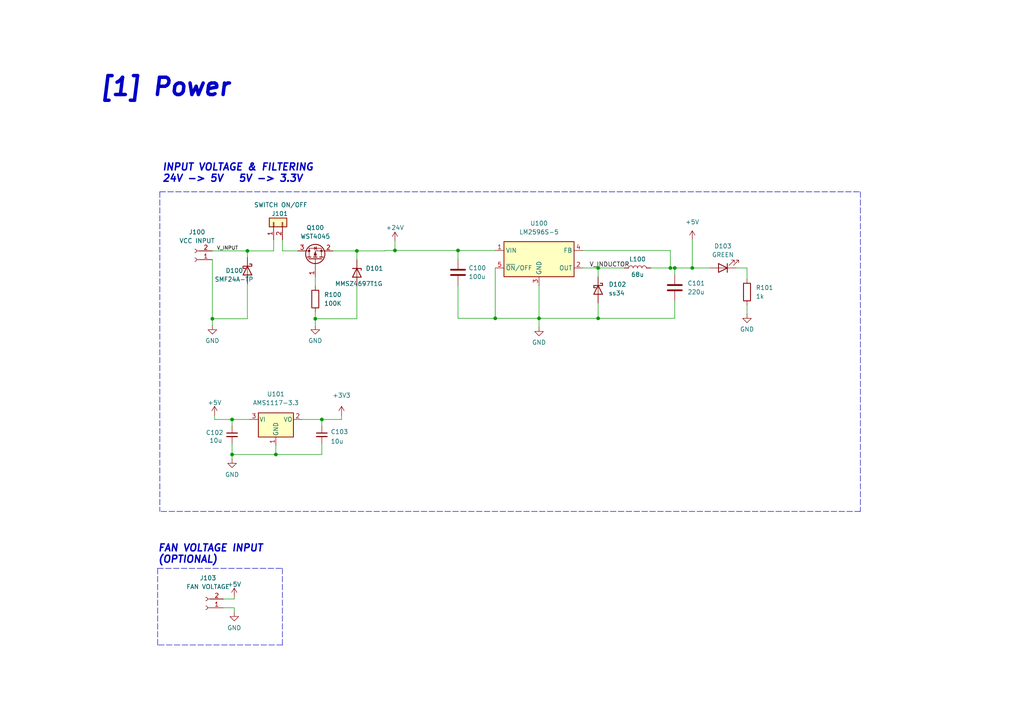
<source format=kicad_sch>
(kicad_sch (version 20211123) (generator eeschema)
  (paper "A4")
  (lib_symbols
    (symbol "Connector:Conn_01x02_Female" (pin_names (offset 1.016) hide)
      (property "Reference" "J" (at 0 2.54 0))
      (property "Value" "Conn_01x02_Female" (at 0 -5.08 0))
      (symbol "Conn_01x02_Female_1_1"
        (arc (start 0 -2.032) (mid -0.508 -2.54) (end 0 -3.048) (stroke (width 0.1524)))
        (polyline (pts (xy -1.27 -2.54) (xy -0.508 -2.54)) (stroke (width 0.1524)))
        (polyline (pts (xy -1.27 0) (xy -0.508 0)) (stroke (width 0.1524)))
        (arc (start 0 0.508) (mid -0.508 0) (end 0 -0.508) (stroke (width 0.1524)))
        (pin passive line (at -5.08 0 0) (length 3.81) (name "Pin_1") (number "1"))
        (pin passive line (at -5.08 -2.54 0) (length 3.81) (name "Pin_2") (number "2"))
      )
    )
    (symbol "Connector_Generic:Conn_01x02" (pin_names (offset 1.016) hide)
      (property "Reference" "J" (at 0 2.54 0))
      (property "Value" "Conn_01x02" (at 0 -5.08 0))
      (symbol "Conn_01x02_1_1"
        (rectangle (start -1.27 -2.413) (end 0 -2.667) (stroke (width 0.1524)))
        (rectangle (start -1.27 0.127) (end 0 -0.127) (stroke (width 0.1524)))
        (rectangle (start -1.27 1.27) (end 1.27 -3.81) (stroke (width 0.254)) (fill (type background)))
        (pin passive line (at -5.08 0 0) (length 3.81) (name "Pin_1") (number "1"))
        (pin passive line (at -5.08 -2.54 0) (length 3.81) (name "Pin_2") (number "2"))
      )
    )
    (symbol "Device:C" (pin_numbers hide) (pin_names (offset 0.254))
      (property "Reference" "C" (at 0.635 2.54 0))
      (property "Value" "C" (at 0.635 -2.54 0))
      (symbol "C_0_1"
        (polyline (pts (xy -2.032 -0.762) (xy 2.032 -0.762)) (stroke (width 0.508)))
        (polyline (pts (xy -2.032 0.762) (xy 2.032 0.762)) (stroke (width 0.508)))
      )
      (symbol "C_1_1"
        (pin passive line (at 0 3.81 270) (length 2.794) (name "~") (number "1"))
        (pin passive line (at 0 -3.81 90) (length 2.794) (name "~") (number "2"))
      )
    )
    (symbol "Device:C_Small" (pin_numbers hide) (pin_names (offset 0.254) hide)
      (property "Reference" "C" (at 0.254 1.778 0))
      (property "Value" "C_Small" (at 0.254 -2.032 0))
      (symbol "C_Small_0_1"
        (polyline (pts (xy -1.524 -0.508) (xy 1.524 -0.508)) (stroke (width 0.3302)))
        (polyline (pts (xy -1.524 0.508) (xy 1.524 0.508)) (stroke (width 0.3048)))
      )
      (symbol "C_Small_1_1"
        (pin passive line (at 0 2.54 270) (length 2.032) (name "~") (number "1"))
        (pin passive line (at 0 -2.54 90) (length 2.032) (name "~") (number "2"))
      )
    )
    (symbol "Device:D_Schottky" (pin_numbers hide) (pin_names (offset 1.016) hide)
      (property "Reference" "D" (at 0 2.54 0))
      (property "Value" "D_Schottky" (at 0 -2.54 0))
      (symbol "D_Schottky_0_1"
        (polyline (pts (xy 1.27 0) (xy -1.27 0)))
        (polyline (pts (xy 1.27 1.27) (xy 1.27 -1.27) (xy -1.27 0) (xy 1.27 1.27)) (stroke (width 0.254)))
        (polyline (pts (xy -1.905 0.635) (xy -1.905 1.27) (xy -1.27 1.27) (xy -1.27 -1.27) (xy -0.635 -1.27) (xy -0.635 -0.635)) (stroke (width 0.254)))
      )
      (symbol "D_Schottky_1_1"
        (pin passive line (at -3.81 0 0) (length 2.54) (name "K") (number "1"))
        (pin passive line (at 3.81 0 180) (length 2.54) (name "A") (number "2"))
      )
    )
    (symbol "Device:D_Zener" (pin_numbers hide) (pin_names (offset 1.016) hide)
      (property "Reference" "D" (at 0 2.54 0))
      (property "Value" "D_Zener" (at 0 -2.54 0))
      (symbol "D_Zener_0_1"
        (polyline (pts (xy 1.27 0) (xy -1.27 0)))
        (polyline (pts (xy -1.27 -1.27) (xy -1.27 1.27) (xy -0.762 1.27)) (stroke (width 0.254)))
        (polyline (pts (xy 1.27 -1.27) (xy 1.27 1.27) (xy -1.27 0) (xy 1.27 -1.27)) (stroke (width 0.254)))
      )
      (symbol "D_Zener_1_1"
        (pin passive line (at -3.81 0 0) (length 2.54) (name "K") (number "1"))
        (pin passive line (at 3.81 0 180) (length 2.54) (name "A") (number "2"))
      )
    )
    (symbol "Device:L" (pin_numbers hide) (pin_names (offset 1.016) hide)
      (property "Reference" "L" (at -1.27 0 90))
      (property "Value" "L" (at 1.905 0 90))
      (symbol "L_0_1"
        (arc (start 0 -2.54) (mid 0.635 -1.905) (end 0 -1.27))
        (arc (start 0 -1.27) (mid 0.635 -0.635) (end 0 0))
        (arc (start 0 0) (mid 0.635 0.635) (end 0 1.27))
        (arc (start 0 1.27) (mid 0.635 1.905) (end 0 2.54))
      )
      (symbol "L_1_1"
        (pin passive line (at 0 3.81 270) (length 1.27) (name "1") (number "1"))
        (pin passive line (at 0 -3.81 90) (length 1.27) (name "2") (number "2"))
      )
    )
    (symbol "Device:LED" (pin_numbers hide) (pin_names (offset 1.016) hide)
      (property "Reference" "D" (at 0 2.54 0))
      (property "Value" "LED" (at 0 -2.54 0))
      (symbol "LED_0_1"
        (polyline (pts (xy -1.27 -1.27) (xy -1.27 1.27)) (stroke (width 0.254)))
        (polyline (pts (xy -1.27 0) (xy 1.27 0)))
        (polyline (pts (xy 1.27 -1.27) (xy 1.27 1.27) (xy -1.27 0) (xy 1.27 -1.27)) (stroke (width 0.254)))
        (polyline (pts (xy -3.048 -0.762) (xy -4.572 -2.286) (xy -3.81 -2.286) (xy -4.572 -2.286) (xy -4.572 -1.524)))
        (polyline (pts (xy -1.778 -0.762) (xy -3.302 -2.286) (xy -2.54 -2.286) (xy -3.302 -2.286) (xy -3.302 -1.524)))
      )
      (symbol "LED_1_1"
        (pin passive line (at -3.81 0 0) (length 2.54) (name "K") (number "1"))
        (pin passive line (at 3.81 0 180) (length 2.54) (name "A") (number "2"))
      )
    )
    (symbol "Device:R" (pin_numbers hide) (pin_names (offset 0))
      (property "Reference" "R" (at 2.032 0 90))
      (property "Value" "R" (at 0 0 90))
      (symbol "R_0_1"
        (rectangle (start -1.016 -2.54) (end 1.016 2.54) (stroke (width 0.254)))
      )
      (symbol "R_1_1"
        (pin passive line (at 0 3.81 270) (length 1.27) (name "~") (number "1"))
        (pin passive line (at 0 -3.81 90) (length 1.27) (name "~") (number "2"))
      )
    )
    (symbol "Regulator_Linear:AMS1117-3.3" (pin_names (offset 0.254))
      (property "Reference" "U" (at -3.81 3.175 0))
      (property "Value" "AMS1117-3.3" (at 0 3.175 0))
      (symbol "AMS1117-3.3_0_1"
        (rectangle (start -5.08 -5.08) (end 5.08 1.905) (stroke (width 0.254)) (fill (type background)))
      )
      (symbol "AMS1117-3.3_1_1"
        (pin power_in line (at 0 -7.62 90) (length 2.54) (name "GND") (number "1"))
        (pin power_out line (at 7.62 0 180) (length 2.54) (name "VO") (number "2"))
        (pin power_in line (at -7.62 0 0) (length 2.54) (name "VI") (number "3"))
      )
    )
    (symbol "Regulator_Switching:LM2596S-5"
      (property "Reference" "U" (at -10.16 6.35 0))
      (property "Value" "LM2596S-5" (at 0 6.35 0))
      (symbol "LM2596S-5_0_1"
        (rectangle (start -10.16 5.08) (end 10.16 -5.08) (stroke (width 0.254)) (fill (type background)))
      )
      (symbol "LM2596S-5_1_1"
        (pin power_in line (at -12.7 2.54 0) (length 2.54) (name "VIN") (number "1"))
        (pin output line (at 12.7 -2.54 180) (length 2.54) (name "OUT") (number "2"))
        (pin power_in line (at 0 -7.62 90) (length 2.54) (name "GND") (number "3"))
        (pin input line (at 12.7 2.54 180) (length 2.54) (name "FB") (number "4"))
        (pin input line (at -12.7 -2.54 0) (length 2.54) (name "~{ON}/OFF") (number "5"))
      )
    )
    (symbol "Transistor_FET:AO3401A" (pin_names hide)
      (property "Reference" "Q" (at 5.08 1.905 0))
      (property "Value" "AO3401A" (at 5.08 0 0))
      (symbol "AO3401A_0_1"
        (polyline (pts (xy 0.254 0) (xy -2.54 0)))
        (polyline (pts (xy 0.254 1.905) (xy 0.254 -1.905)) (stroke (width 0.254)))
        (polyline (pts (xy 0.762 -1.27) (xy 0.762 -2.286)) (stroke (width 0.254)))
        (polyline (pts (xy 0.762 0.508) (xy 0.762 -0.508)) (stroke (width 0.254)))
        (polyline (pts (xy 0.762 2.286) (xy 0.762 1.27)) (stroke (width 0.254)))
        (polyline (pts (xy 2.54 2.54) (xy 2.54 1.778)))
        (polyline (pts (xy 2.54 -2.54) (xy 2.54 0) (xy 0.762 0)))
        (polyline (pts (xy 0.762 1.778) (xy 3.302 1.778) (xy 3.302 -1.778) (xy 0.762 -1.778)))
        (polyline (pts (xy 2.286 0) (xy 1.27 0.381) (xy 1.27 -0.381) (xy 2.286 0)) (fill (type outline)))
        (polyline (pts (xy 2.794 -0.508) (xy 2.921 -0.381) (xy 3.683 -0.381) (xy 3.81 -0.254)))
        (polyline (pts (xy 3.302 -0.381) (xy 2.921 0.254) (xy 3.683 0.254) (xy 3.302 -0.381)))
        (circle (center 1.651 0) (radius 2.794) (stroke (width 0.254)))
        (circle (center 2.54 -1.778) (radius 0.254) (fill (type outline)))
        (circle (center 2.54 1.778) (radius 0.254) (fill (type outline)))
      )
      (symbol "AO3401A_1_1"
        (pin input line (at -5.08 0 0) (length 2.54) (name "G") (number "1"))
        (pin passive line (at 2.54 -5.08 90) (length 2.54) (name "S") (number "2"))
        (pin passive line (at 2.54 5.08 270) (length 2.54) (name "D") (number "3"))
      )
    )
    (symbol "power:+24V" (power) (pin_names (offset 0))
      (property "Value" "+24V" (at 0 3.556 0))
      (symbol "+24V_0_1"
        (polyline (pts (xy -0.762 1.27) (xy 0 2.54)))
        (polyline (pts (xy 0 0) (xy 0 2.54)))
        (polyline (pts (xy 0 2.54) (xy 0.762 1.27)))
      )
      (symbol "+24V_1_1"
        (pin power_in line (at 0 0 90) (length 0) hide (name "+24V") (number "1"))
      )
    )
    (symbol "power:+3V3" (power) (pin_names (offset 0))
      (property "Value" "+3V3" (at 0 3.556 0))
      (symbol "+3V3_0_1"
        (polyline (pts (xy -0.762 1.27) (xy 0 2.54)))
        (polyline (pts (xy 0 0) (xy 0 2.54)))
        (polyline (pts (xy 0 2.54) (xy 0.762 1.27)))
      )
      (symbol "+3V3_1_1"
        (pin power_in line (at 0 0 90) (length 0) hide (name "+3V3") (number "1"))
      )
    )
    (symbol "power:+5V" (power) (pin_names (offset 0))
      (property "Value" "+5V" (at 0 3.556 0))
      (symbol "+5V_0_1"
        (polyline (pts (xy -0.762 1.27) (xy 0 2.54)))
        (polyline (pts (xy 0 0) (xy 0 2.54)))
        (polyline (pts (xy 0 2.54) (xy 0.762 1.27)))
      )
      (symbol "+5V_1_1"
        (pin power_in line (at 0 0 90) (length 0) hide (name "+5V") (number "1"))
      )
    )
    (symbol "power:GND" (power) (pin_names (offset 0))
      (property "Value" "GND" (at 0 -3.81 0))
      (symbol "GND_0_1"
        (polyline (pts (xy 0 0) (xy 0 -1.27) (xy 1.27 -1.27) (xy 0 -2.54) (xy -1.27 -1.27) (xy 0 -1.27)))
      )
      (symbol "GND_1_1"
        (pin power_in line (at 0 0 270) (length 0) hide (name "GND") (number "1"))
      )
    )
  )
  (junction (at 173.482 77.724))
  (junction (at 61.595 92.456))
  (junction (at 143.637 92.329))
  (junction (at 71.755 72.771))
  (junction (at 114.554 72.644))
  (junction (at 132.842 72.644))
  (junction (at 200.787 77.724))
  (junction (at 194.437 77.724))
  (junction (at 103.505 72.771))
  (junction (at 195.707 77.724))
  (junction (at 156.337 92.329))
  (junction (at 80.01 131.826))
  (junction (at 67.31 121.666))
  (junction (at 67.31 131.826))
  (junction (at 93.345 121.666))
  (junction (at 173.482 92.329))
  (junction (at 91.44 92.456))
  (wire (pts (xy 194.437 77.724) (xy 188.722 77.724)))
  (wire (pts (xy 71.755 72.771) (xy 79.375 72.771)))
  (wire (pts (xy 213.487 77.724) (xy 216.662 77.724)))
  (wire (pts (xy 103.505 72.771) (xy 96.52 72.771)))
  (wire (pts (xy 195.707 92.329) (xy 173.482 92.329)))
  (wire (pts (xy 195.707 79.629) (xy 195.707 77.724)))
  (wire (pts (xy 143.637 92.329) (xy 156.337 92.329)))
  (polyline (pts (xy 249.555 55.626) (xy 249.555 148.336)))
  (polyline (pts (xy 45.72 164.846) (xy 81.915 164.846)))
  (polyline (pts (xy 45.72 164.846) (xy 45.72 187.071)))
  (wire (pts (xy 80.01 131.826) (xy 67.31 131.826)))
  (polyline (pts (xy 46.355 55.626) (xy 249.555 55.626)))
  (wire (pts (xy 173.482 80.264) (xy 173.482 77.724)))
  (wire (pts (xy 216.662 88.519) (xy 216.662 91.059)))
  (polyline (pts (xy 81.915 187.071) (xy 45.72 187.071)))
  (polyline (pts (xy 249.555 148.336) (xy 46.355 148.336)))
  (wire (pts (xy 111.76 72.644) (xy 114.554 72.644)))
  (wire (pts (xy 200.787 77.724) (xy 195.707 77.724)))
  (wire (pts (xy 143.637 77.724) (xy 143.637 92.329)))
  (wire (pts (xy 173.482 87.884) (xy 173.482 92.329)))
  (wire (pts (xy 132.842 72.644) (xy 143.637 72.644)))
  (wire (pts (xy 67.31 121.666) (xy 72.39 121.666)))
  (wire (pts (xy 103.505 72.771) (xy 111.76 72.771)))
  (wire (pts (xy 156.337 82.804) (xy 156.337 92.329)))
  (wire (pts (xy 81.915 69.596) (xy 81.915 72.771)))
  (wire (pts (xy 103.505 92.456) (xy 91.44 92.456)))
  (wire (pts (xy 132.842 92.329) (xy 143.637 92.329)))
  (wire (pts (xy 169.037 72.644) (xy 194.437 72.644)))
  (polyline (pts (xy 46.355 55.626) (xy 46.355 148.336)))
  (wire (pts (xy 71.755 72.771) (xy 71.755 74.676)))
  (wire (pts (xy 62.23 121.666) (xy 67.31 121.666)))
  (wire (pts (xy 61.595 92.456) (xy 61.595 94.361)))
  (wire (pts (xy 62.23 120.396) (xy 62.23 121.666)))
  (wire (pts (xy 173.482 92.329) (xy 156.337 92.329)))
  (wire (pts (xy 111.76 72.644) (xy 111.76 72.771)))
  (wire (pts (xy 61.595 75.311) (xy 61.595 92.456)))
  (wire (pts (xy 79.375 69.596) (xy 79.375 72.771)))
  (wire (pts (xy 91.44 90.551) (xy 91.44 92.456)))
  (wire (pts (xy 93.345 131.826) (xy 80.01 131.826)))
  (wire (pts (xy 132.842 82.804) (xy 132.842 92.329)))
  (wire (pts (xy 195.707 87.249) (xy 195.707 92.329)))
  (wire (pts (xy 99.06 121.666) (xy 99.06 120.396)))
  (wire (pts (xy 195.707 77.724) (xy 194.437 77.724)))
  (wire (pts (xy 67.31 121.666) (xy 67.31 123.571)))
  (wire (pts (xy 194.437 72.644) (xy 194.437 77.724)))
  (wire (pts (xy 200.787 69.469) (xy 200.787 77.724)))
  (wire (pts (xy 61.595 72.771) (xy 71.755 72.771)))
  (polyline (pts (xy 81.915 164.846) (xy 81.915 187.071)))
  (wire (pts (xy 91.44 92.456) (xy 91.44 94.361)))
  (wire (pts (xy 61.595 92.456) (xy 71.755 92.456)))
  (wire (pts (xy 67.945 176.276) (xy 67.945 177.546)))
  (wire (pts (xy 80.01 129.286) (xy 80.01 131.826)))
  (wire (pts (xy 91.44 80.391) (xy 91.44 82.931)))
  (wire (pts (xy 71.755 82.296) (xy 71.755 92.456)))
  (wire (pts (xy 93.345 121.666) (xy 93.345 123.571)))
  (wire (pts (xy 103.505 72.771) (xy 103.505 75.311)))
  (wire (pts (xy 205.867 77.724) (xy 200.787 77.724)))
  (wire (pts (xy 93.345 128.651) (xy 93.345 131.826)))
  (wire (pts (xy 67.945 173.736) (xy 67.945 173.101)))
  (wire (pts (xy 64.77 173.736) (xy 67.945 173.736)))
  (wire (pts (xy 114.554 69.85) (xy 114.554 72.644)))
  (wire (pts (xy 103.505 82.931) (xy 103.505 92.456)))
  (wire (pts (xy 67.31 128.651) (xy 67.31 131.826)))
  (wire (pts (xy 156.337 92.329) (xy 156.337 94.869)))
  (wire (pts (xy 114.554 72.644) (xy 132.842 72.644)))
  (wire (pts (xy 81.915 72.771) (xy 86.36 72.771)))
  (wire (pts (xy 132.842 75.184) (xy 132.842 72.644)))
  (wire (pts (xy 87.63 121.666) (xy 93.345 121.666)))
  (wire (pts (xy 216.662 77.724) (xy 216.662 80.899)))
  (wire (pts (xy 67.31 131.826) (xy 67.31 133.096)))
  (wire (pts (xy 173.482 77.724) (xy 181.102 77.724)))
  (wire (pts (xy 173.482 77.724) (xy 169.037 77.724)))
  (wire (pts (xy 93.345 121.666) (xy 99.06 121.666)))
  (wire (pts (xy 64.77 176.276) (xy 67.945 176.276)))
  (text "[1] Power" (at 28.575 28.321 0) (effects (font (size 5.0038 5.0038) (thickness 1.0008) bold italic) (justify left bottom)))
  (text "INPUT VOLTAGE & FILTERING\n24V -> 5V   5V -> 3.3V" (at 46.99 53.086 0) (effects (font (size 2.032 2.032) (thickness 0.4064) bold italic) (justify left bottom)))
  (text "FAN VOLTAGE INPUT \n(OPTIONAL)" (at 45.72 163.576 0) (effects (font (size 2.032 2.032) (thickness 0.4064) bold italic) (justify left bottom)))
  (label "V_INPUT" (at 62.865 72.771 0) (effects (font (size 1.016 1.016))))
  (label "V_INDUCTOR" (at 170.942 77.724 0))
  (symbol (lib_id "Device:R") (at 216.662 84.709 180) (unit 1)
    (property "Reference" "R101" (at 219.202 83.439 0) (effects (justify right)))
    (property "Value" "1k" (at 219.202 85.979 0) (effects (justify right)))
    (property "Footprint" "Resistor_SMD:R_0603_1608Metric" (effects hide))
  )
  (symbol (lib_id "Regulator_Switching:LM2596S-5") (at 156.337 75.184 0) (unit 1)
    (property "Reference" "U100" (at 156.337 64.77 0))
    (property "Value" "LM2596S-5" (at 156.337 67.31 0))
    (property "Footprint" "Package_TO_SOT_SMD:TO-263-5_TabPin3" (effects hide))
    (property "Datasheet" "http://www.ti.com/lit/ds/symlink/lm2596.pdf" (effects hide))
  )
  (symbol (lib_id "power:+5V") (at 67.945 173.101 0) (unit 1)
    (property "Reference" "#PWR0107" (effects hide))
    (property "Value" "+5V" (at 67.945 169.4965 0))
  )
  (symbol (lib_id "Device:C") (at 195.707 83.439 0) (unit 1)
    (property "Reference" "C101" (at 199.39 82.1689 0) (effects (justify left)))
    (property "Value" "220u" (at 199.39 84.7089 0) (effects (justify left)))
    (property "Footprint" "Capacitor_SMD:C_Elec_8x10.2" (effects hide))
  )
  (symbol (lib_id "Connector:Conn_01x02_Female") (at 59.69 176.276 180) (unit 1)
    (property "Reference" "J103" (at 60.325 167.64 0))
    (property "Value" "FAN VOLTAGE" (at 60.325 170.18 0))
    (property "Footprint" "Connector_PinHeader_2.54mm:PinHeader_1x02_P2.54mm_Vertical" (effects hide))
  )
  (symbol (lib_id "Regulator_Linear:AMS1117-3.3") (at 80.01 121.666 0) (unit 1)
    (property "Reference" "U101" (at 80.01 114.3 0))
    (property "Value" "AMS1117-3.3" (at 80.01 116.84 0))
    (property "Footprint" "Package_TO_SOT_SMD:SOT-223-3_TabPin2" (effects hide))
    (property "Datasheet" "http://www.advanced-monolithic.com/pdf/ds1117.pdf" (effects hide))
    (property "LCSC" "C347222" (effects hide))
  )
  (symbol (lib_id "Device:C_Small") (at 93.345 126.111 0) (unit 1)
    (property "Reference" "C103" (at 95.885 125.2409 0) (effects (justify left)))
    (property "Value" "10u" (at 95.885 128.016 0) (effects (justify left)))
    (property "Footprint" "Capacitor_SMD:C_0805_2012Metric" (effects hide))
    (property "LCSC" "C13585" (effects hide))
  )
  (symbol (lib_id "power:GND") (at 156.337 94.869 0) (unit 1)
    (property "Reference" "#PWR0104" (effects hide))
    (property "Value" "GND" (at 156.337 99.314 0))
  )
  (symbol (lib_id "Connector_Generic:Conn_01x02") (at 79.375 64.516 90) (unit 1)
    (property "Reference" "J101" (at 78.74 61.976 90) (effects (justify right)))
    (property "Value" "SWITCH ON/OFF" (at 73.66 59.436 90) (effects (justify right)))
    (property "Footprint" "Connector_PinHeader_2.54mm:PinHeader_1x02_P2.54mm_Vertical" (effects hide))
  )
  (symbol (lib_id "Connector:Conn_01x02_Female") (at 56.515 75.311 180) (unit 1)
    (property "Reference" "J100" (at 57.15 67.31 0))
    (property "Value" "VCC INPUT" (at 57.15 69.85 0))
    (property "Footprint" "Connector_Phoenix_MSTB:PhoenixContact_MSTBA_2,5_2-G-5,08_1x02_P5.08mm_Horizontal" (effects hide))
  )
  (symbol (lib_id "power:+5V") (at 62.23 120.396 0) (unit 1)
    (property "Reference" "#PWR0101" (effects hide))
    (property "Value" "+5V" (at 62.23 116.7915 0))
  )
  (symbol (lib_id "Device:D_Zener") (at 103.505 79.121 270) (unit 1)
    (property "Reference" "D101" (at 106.045 77.8509 90) (effects (justify left)))
    (property "Value" "MMSZ4697T1G" (at 97.155 82.296 90) (effects (justify left)))
    (property "Footprint" "Diode_SMD:D_SOD-123" (effects hide))
  )
  (symbol (lib_id "Device:C_Small") (at 67.31 126.111 0) (unit 1)
    (property "Reference" "C102" (at 59.69 125.476 0) (effects (justify left)))
    (property "Value" "10u" (at 60.706 127.762 0) (effects (justify left)))
    (property "Footprint" "Capacitor_SMD:C_0805_2012Metric" (effects hide))
    (property "LCSC" "C13585" (effects hide))
  )
  (symbol (lib_id "Transistor_FET:AO3401A") (at 91.44 75.311 90) (unit 1)
    (property "Reference" "Q100" (at 91.44 66.04 90))
    (property "Value" "WST4045" (at 91.44 68.58 90))
    (property "Footprint" "Package_TO_SOT_SMD:SOT-23" (effects hide))
    (property "Datasheet" "http://www.aosmd.com/pdfs/datasheet/AO3401A.pdf" (effects hide))
  )
  (symbol (lib_id "power:+5V") (at 200.787 69.469 0) (unit 1)
    (property "Reference" "#PWR0110" (effects hide))
    (property "Value" "+5V" (at 200.787 64.389 0))
  )
  (symbol (lib_id "power:GND") (at 67.31 133.096 0) (unit 1)
    (property "Reference" "#PWR0109" (effects hide))
    (property "Value" "GND" (at 67.31 137.6585 0))
  )
  (symbol (lib_id "Device:D_Schottky") (at 173.482 84.074 270) (unit 1)
    (property "Reference" "D102" (at 176.53 82.4864 90) (effects (justify left)))
    (property "Value" "ss34" (at 176.53 85.0264 90) (effects (justify left)))
    (property "Footprint" "Diode_SMD:D_SMA" (effects hide))
  )
  (symbol (lib_id "power:GND") (at 67.945 177.546 0) (unit 1)
    (property "Reference" "#PWR0108" (effects hide))
    (property "Value" "GND" (at 67.945 182.1085 0))
  )
  (symbol (lib_id "power:GND") (at 91.44 94.361 0) (unit 1)
    (property "Reference" "#PWR0103" (effects hide))
    (property "Value" "GND" (at 91.44 98.806 0))
  )
  (symbol (lib_id "Device:D_Schottky") (at 71.755 78.486 270) (unit 1)
    (property "Reference" "D100" (at 65.405 78.486 90) (effects (justify left)))
    (property "Value" "SMF24A-TP" (at 62.23 81.026 90) (effects (justify left)))
    (property "Footprint" "Jose_:SOD_123FL" (effects hide))
  )
  (symbol (lib_id "power:GND") (at 61.595 94.361 0) (unit 1)
    (property "Reference" "#PWR0106" (effects hide))
    (property "Value" "GND" (at 61.595 98.806 0))
  )
  (symbol (lib_id "Device:LED") (at 209.677 77.724 180) (unit 1)
    (property "Reference" "D103" (at 209.677 71.374 0))
    (property "Value" "GREEN" (at 209.677 73.914 0))
    (property "Footprint" "LED_SMD:LED_0603_1608Metric" (effects hide))
  )
  (symbol (lib_id "Device:R") (at 91.44 86.741 0) (unit 1)
    (property "Reference" "R100" (at 93.98 85.4709 0) (effects (justify left)))
    (property "Value" "100K" (at 93.98 88.0109 0) (effects (justify left)))
    (property "Footprint" "Resistor_SMD:R_1206_3216Metric" (effects hide))
  )
  (symbol (lib_id "power:+3V3") (at 99.06 120.396 0) (unit 1)
    (property "Reference" "#PWR0102" (effects hide))
    (property "Value" "+3V3" (at 99.06 114.681 0))
  )
  (symbol (lib_id "power:GND") (at 216.662 91.059 0) (unit 1)
    (property "Reference" "#PWR0111" (effects hide))
    (property "Value" "GND" (at 216.662 95.504 0))
  )
  (symbol (lib_id "Device:L") (at 184.912 77.724 90) (unit 1)
    (property "Reference" "L100" (at 184.912 75.184 90))
    (property "Value" "68u" (at 184.912 79.629 90))
    (property "Footprint" "Jose_:SMD_12.3X12.3mm" (effects hide))
  )
  (symbol (lib_id "power:+24V") (at 114.554 69.85 0) (unit 1)
    (property "Reference" "#PWR0105" (effects hide))
    (property "Value" "+24V" (at 114.554 66.04 0))
  )
  (symbol (lib_id "Device:C") (at 132.842 78.994 0) (unit 1)
    (property "Reference" "C100" (at 135.89 77.7239 0) (effects (justify left)))
    (property "Value" "100u" (at 135.89 80.2639 0) (effects (justify left)))
    (property "Footprint" "Capacitor_SMD:C_Elec_10x10.2" (effects hide))
  )
)
</source>
